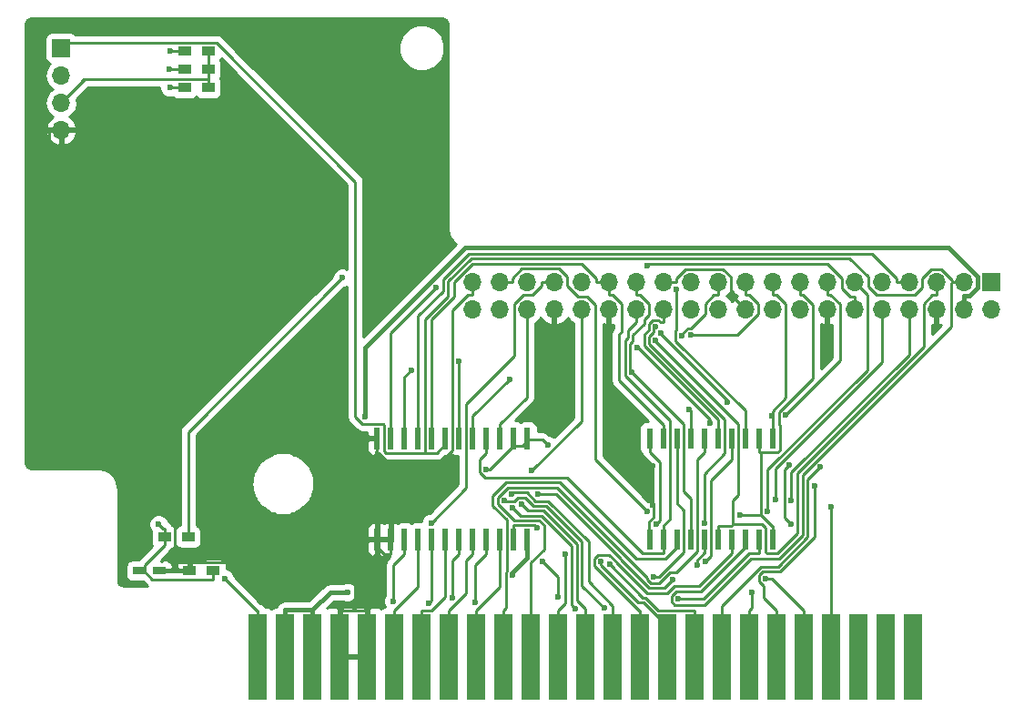
<source format=gbr>
G04 #@! TF.FileFunction,Copper,L2,Bot,Mixed*
%FSLAX46Y46*%
G04 Gerber Fmt 4.6, Leading zero omitted, Abs format (unit mm)*
G04 Created by KiCad (PCBNEW 4.0.7) date 01/15/20 01:12:04*
%MOMM*%
%LPD*%
G01*
G04 APERTURE LIST*
%ADD10C,0.100000*%
%ADD11R,1.200000X0.750000*%
%ADD12R,1.200000X0.900000*%
%ADD13R,0.600000X1.950000*%
%ADD14R,0.600000X2.000000*%
%ADD15R,1.700000X1.700000*%
%ADD16O,1.700000X1.700000*%
%ADD17R,1.800000X8.000000*%
%ADD18C,0.600000*%
%ADD19C,0.250000*%
%ADD20C,0.400000*%
%ADD21C,0.254000*%
G04 APERTURE END LIST*
D10*
D11*
X117854000Y-101790000D03*
X115954000Y-101790000D03*
D12*
X120185000Y-53403500D03*
X122385000Y-53403500D03*
X120185000Y-55118000D03*
X122385000Y-55118000D03*
X120185000Y-56832500D03*
X122385000Y-56832500D03*
X118323000Y-98615500D03*
X120523000Y-98615500D03*
X120672000Y-101790000D03*
X122872000Y-101790000D03*
D13*
X174879000Y-98871500D03*
X173609000Y-98871500D03*
X172339000Y-98871500D03*
X171069000Y-98871500D03*
X169799000Y-98871500D03*
X168529000Y-98871500D03*
X167259000Y-98871500D03*
X165989000Y-98871500D03*
X164719000Y-98871500D03*
X163449000Y-98871500D03*
X163449000Y-89471500D03*
X164719000Y-89471500D03*
X165989000Y-89471500D03*
X167259000Y-89471500D03*
X168529000Y-89471500D03*
X169799000Y-89471500D03*
X171069000Y-89471500D03*
X172339000Y-89471500D03*
X173609000Y-89471500D03*
X174879000Y-89471500D03*
D14*
X152083000Y-98869500D03*
X150813000Y-98869500D03*
X149543000Y-98869500D03*
X148273000Y-98869500D03*
X147003000Y-98869500D03*
X145733000Y-98869500D03*
X144463000Y-98869500D03*
X143193000Y-98869500D03*
X141923000Y-98869500D03*
X140653000Y-98869500D03*
X139383000Y-98869500D03*
X138113000Y-98869500D03*
X138113000Y-89469500D03*
X139383000Y-89469500D03*
X140653000Y-89469500D03*
X141923000Y-89469500D03*
X143193000Y-89469500D03*
X144463000Y-89469500D03*
X145733000Y-89469500D03*
X147003000Y-89469500D03*
X148273000Y-89469500D03*
X149543000Y-89469500D03*
X150813000Y-89469500D03*
X152083000Y-89469500D03*
D15*
X195199000Y-74930000D03*
D16*
X195199000Y-77470000D03*
X192659000Y-74930000D03*
X192659000Y-77470000D03*
X190119000Y-74930000D03*
X190119000Y-77470000D03*
X187579000Y-74930000D03*
X187579000Y-77470000D03*
X185039000Y-74930000D03*
X185039000Y-77470000D03*
X182499000Y-74930000D03*
X182499000Y-77470000D03*
X179959000Y-74930000D03*
X179959000Y-77470000D03*
X177419000Y-74930000D03*
X177419000Y-77470000D03*
X174879000Y-74930000D03*
X174879000Y-77470000D03*
X172339000Y-74930000D03*
X172339000Y-77470000D03*
X169799000Y-74930000D03*
X169799000Y-77470000D03*
X167259000Y-74930000D03*
X167259000Y-77470000D03*
X164719000Y-74930000D03*
X164719000Y-77470000D03*
X162179000Y-74930000D03*
X162179000Y-77470000D03*
X159639000Y-74930000D03*
X159639000Y-77470000D03*
X157099000Y-74930000D03*
X157099000Y-77470000D03*
X154559000Y-74930000D03*
X154559000Y-77470000D03*
X152019000Y-74930000D03*
X152019000Y-77470000D03*
X149479000Y-74930000D03*
X149479000Y-77470000D03*
X146939000Y-74930000D03*
X146939000Y-77470000D03*
D17*
X187972840Y-109799440D03*
X185432840Y-109799440D03*
X182892840Y-109799440D03*
X180352840Y-109799440D03*
X177812840Y-109799440D03*
X175272840Y-109799440D03*
X172732840Y-109799440D03*
X170192840Y-109799440D03*
X167652840Y-109799440D03*
X165112840Y-109799440D03*
X162572840Y-109799440D03*
X160032840Y-109799440D03*
X157492840Y-109799440D03*
X154952840Y-109799440D03*
X152412840Y-109799440D03*
X149872840Y-109799440D03*
X147332840Y-109799440D03*
X144792840Y-109799440D03*
X142252840Y-109799440D03*
X139712840Y-109799440D03*
X137172840Y-109799440D03*
X134632840Y-109799440D03*
X132092840Y-109799440D03*
X129552840Y-109799440D03*
X127012840Y-109799440D03*
D15*
X108712000Y-53149500D03*
D16*
X108712000Y-55689500D03*
X108712000Y-58229500D03*
X108712000Y-60769500D03*
D18*
X163762400Y-92026300D03*
X163762400Y-95683500D03*
X135358900Y-103769000D03*
X136977800Y-87458300D03*
X150716100Y-102209500D03*
X145724600Y-82242900D03*
X164022500Y-80324200D03*
X167147800Y-86735200D03*
X165971100Y-75587800D03*
X143615900Y-75399300D03*
X141279000Y-83117500D03*
X161798400Y-83318500D03*
X150414400Y-83991900D03*
X180298800Y-95840800D03*
X178788200Y-93860400D03*
X176428100Y-91931300D03*
X176576100Y-97414200D03*
X172962400Y-103779400D03*
X179312900Y-92132900D03*
X159727800Y-101194000D03*
X165615200Y-102588200D03*
X153097900Y-94667300D03*
X158927500Y-100914300D03*
X154965100Y-104191400D03*
X153466200Y-100885600D03*
X166113800Y-104345800D03*
X150575000Y-94667300D03*
X159224900Y-105269600D03*
X149920700Y-95279100D03*
X151518000Y-95567900D03*
X156573100Y-105290400D03*
X150694200Y-95918000D03*
X155604200Y-100221500D03*
X164034200Y-97471300D03*
X163853500Y-102312100D03*
X168657200Y-100903400D03*
X167860000Y-101254100D03*
X147212800Y-104707900D03*
X145099500Y-104274300D03*
X142886600Y-104843100D03*
X139637400Y-104602100D03*
X148274300Y-92357900D03*
X153981200Y-90063300D03*
X174840400Y-87399100D03*
X175133500Y-95154300D03*
X152470200Y-92459800D03*
X143129000Y-97316800D03*
X176596800Y-95249500D03*
X174260000Y-102479500D03*
X174402700Y-96290600D03*
X163261300Y-73366300D03*
X134873800Y-74516200D03*
X176102100Y-87264700D03*
X164011000Y-79073500D03*
X168519700Y-97348400D03*
X163209700Y-96263900D03*
X123943800Y-102504600D03*
X118815800Y-56818000D03*
X118807100Y-55118000D03*
X118817300Y-53418000D03*
X152997000Y-97817900D03*
X162287800Y-81044500D03*
X169083400Y-88041900D03*
X171888600Y-96553300D03*
X117774400Y-97428600D03*
X167266200Y-79866600D03*
X166465800Y-79898700D03*
X164529200Y-79698900D03*
X170658300Y-86111300D03*
D19*
X159639000Y-77470000D02*
X159639000Y-78645300D01*
X117854000Y-101790000D02*
X118779300Y-101790000D01*
X107569000Y-60706000D02*
X107569000Y-61881300D01*
X159639000Y-87902900D02*
X163762400Y-92026300D01*
X159639000Y-78645300D02*
X159639000Y-87902900D01*
X163762400Y-92026300D02*
X163762400Y-95683500D01*
X163844100Y-95765200D02*
X163762400Y-95683500D01*
X163844100Y-96776700D02*
X163844100Y-95765200D01*
X163367000Y-97253800D02*
X163844100Y-96776700D01*
X163367000Y-98789500D02*
X163367000Y-97253800D01*
X163449000Y-98871500D02*
X163367000Y-98789500D01*
X134632800Y-109799400D02*
X134632800Y-105474100D01*
X137172800Y-109799400D02*
X137172800Y-105474100D01*
X170974400Y-76105400D02*
X172339000Y-77470000D01*
X170974400Y-74441500D02*
X170974400Y-76105400D01*
X170249700Y-73716800D02*
X170974400Y-74441500D01*
X166740200Y-73716800D02*
X170249700Y-73716800D01*
X165894300Y-74562700D02*
X166740200Y-73716800D01*
X165894300Y-74930000D02*
X165894300Y-74562700D01*
X164719000Y-74930000D02*
X165894300Y-74930000D01*
X120672000Y-101790000D02*
X120672000Y-101014700D01*
X119248400Y-73560700D02*
X119248400Y-101014700D01*
X107569000Y-61881300D02*
X119248400Y-73560700D01*
X119248400Y-101320900D02*
X118779300Y-101790000D01*
X119248400Y-101014700D02*
X119248400Y-101320900D01*
X119248400Y-101014700D02*
X120672000Y-101014700D01*
X134632800Y-105474100D02*
X136026200Y-105474100D01*
X136026200Y-105474100D02*
X137172800Y-105474100D01*
X146939000Y-74930000D02*
X146939000Y-76105300D01*
X138113000Y-89469500D02*
X138113000Y-90794800D01*
X138023200Y-100194800D02*
X138113000Y-100194800D01*
X136026200Y-102191800D02*
X138023200Y-100194800D01*
X134849100Y-101014700D02*
X136026200Y-102191800D01*
X120672000Y-101014700D02*
X134849100Y-101014700D01*
X136026200Y-102191800D02*
X136026200Y-105474100D01*
X138113000Y-98869500D02*
X138113000Y-99532100D01*
X138113000Y-99532100D02*
X138113000Y-100194800D01*
X138775700Y-100194800D02*
X139383000Y-100194800D01*
X138113000Y-99532100D02*
X138775700Y-100194800D01*
X139383000Y-98869500D02*
X139383000Y-100194800D01*
X143738300Y-91959000D02*
X139383000Y-91959000D01*
X145088300Y-90609000D02*
X143738300Y-91959000D01*
X145088300Y-77561400D02*
X145088300Y-90609000D01*
X146544400Y-76105300D02*
X145088300Y-77561400D01*
X146939000Y-76105300D02*
X146544400Y-76105300D01*
X139383000Y-91959000D02*
X139383000Y-98869500D01*
X138218800Y-90794800D02*
X138113000Y-90794800D01*
X139383000Y-91959000D02*
X138218800Y-90794800D01*
D20*
X129552800Y-105399100D02*
X132092800Y-105399100D01*
X129552800Y-109799400D02*
X129552800Y-105399100D01*
X132092800Y-109799400D02*
X132092800Y-105549200D01*
X132092800Y-105549200D02*
X132092800Y-105399100D01*
X133722900Y-103769000D02*
X135358900Y-103769000D01*
X132092800Y-105399100D02*
X133722900Y-103769000D01*
X192659000Y-77470000D02*
X192659000Y-76219700D01*
X152083000Y-100585600D02*
X152083000Y-98869500D01*
X150716100Y-101952500D02*
X152083000Y-100585600D01*
X150716100Y-102209500D02*
X150716100Y-101952500D01*
X136977800Y-81047100D02*
X136977800Y-87458300D01*
X146287000Y-71737900D02*
X136977800Y-81047100D01*
X191255000Y-71737900D02*
X146287000Y-71737900D01*
X193948600Y-74431500D02*
X191255000Y-71737900D01*
X193948600Y-75448200D02*
X193948600Y-74431500D01*
X193177100Y-76219700D02*
X193948600Y-75448200D01*
X192659000Y-76219700D02*
X193177100Y-76219700D01*
D19*
X145733000Y-82251300D02*
X145733000Y-89469500D01*
X145724600Y-82242900D02*
X145733000Y-82251300D01*
X190119000Y-74930000D02*
X190119000Y-76105300D01*
X169799000Y-98871500D02*
X169799000Y-97571200D01*
X171085500Y-97571200D02*
X171220400Y-97436300D01*
X169799000Y-97571200D02*
X171085500Y-97571200D01*
X173930100Y-97436300D02*
X171220400Y-97436300D01*
X174253600Y-97759800D02*
X173930100Y-97436300D01*
X174253600Y-100036100D02*
X174253600Y-97759800D01*
X174389400Y-100171900D02*
X174253600Y-100036100D01*
X175339900Y-100171900D02*
X174389400Y-100171900D01*
X177222200Y-98289600D02*
X175339900Y-100171900D01*
X177222200Y-92658600D02*
X177222200Y-98289600D01*
X188943700Y-80937100D02*
X177222200Y-92658600D01*
X188943700Y-76913200D02*
X188943700Y-80937100D01*
X189751600Y-76105300D02*
X188943700Y-76913200D01*
X190119000Y-76105300D02*
X189751600Y-76105300D01*
X164022500Y-80418400D02*
X164022500Y-80324200D01*
X171694400Y-88090300D02*
X164022500Y-80418400D01*
X171694400Y-94770400D02*
X171694400Y-88090300D01*
X171220400Y-95244400D02*
X171694400Y-94770400D01*
X171220400Y-97436300D02*
X171220400Y-95244400D01*
X187579000Y-74930000D02*
X186403700Y-74930000D01*
X141923000Y-89469500D02*
X141923000Y-88144200D01*
X141923000Y-78068000D02*
X141923000Y-88144200D01*
X144241300Y-75749700D02*
X141923000Y-78068000D01*
X144241300Y-74675600D02*
X144241300Y-75749700D01*
X146653700Y-72263200D02*
X144241300Y-74675600D01*
X184104300Y-72263200D02*
X146653700Y-72263200D01*
X186403700Y-74562600D02*
X184104300Y-72263200D01*
X186403700Y-74930000D02*
X186403700Y-74562600D01*
X167259000Y-86846400D02*
X167147800Y-86735200D01*
X167259000Y-89471500D02*
X167259000Y-86846400D01*
X172339000Y-89471500D02*
X172339000Y-88171200D01*
X172339000Y-86889600D02*
X172339000Y-88171200D01*
X165840500Y-80391100D02*
X172339000Y-86889600D01*
X165840500Y-79491400D02*
X165840500Y-80391100D01*
X165971100Y-79360800D02*
X165840500Y-79491400D01*
X165971100Y-75587800D02*
X165971100Y-79360800D01*
X139383000Y-79632200D02*
X143615900Y-75399300D01*
X139383000Y-89469500D02*
X139383000Y-79632200D01*
X169799000Y-89471500D02*
X169799000Y-88171200D01*
X164719000Y-77730600D02*
X164719000Y-78645300D01*
X164719000Y-77730600D02*
X164719000Y-77470000D01*
X164467200Y-78645300D02*
X164719000Y-78645300D01*
X164270100Y-78448200D02*
X164467200Y-78645300D01*
X163712700Y-78448200D02*
X164270100Y-78448200D01*
X163385700Y-78775200D02*
X163712700Y-78448200D01*
X163385700Y-79360400D02*
X163385700Y-78775200D01*
X162946800Y-79799300D02*
X163385700Y-79360400D01*
X162946800Y-80852700D02*
X162946800Y-79799300D01*
X169799000Y-87704900D02*
X162946800Y-80852700D01*
X169799000Y-88171200D02*
X169799000Y-87704900D01*
X140653000Y-83743500D02*
X141279000Y-83117500D01*
X140653000Y-89469500D02*
X140653000Y-83743500D01*
X162179000Y-74930000D02*
X162179000Y-76105300D01*
X167259000Y-98871500D02*
X167259000Y-97571200D01*
X147003000Y-89469500D02*
X147003000Y-88144200D01*
X147003000Y-87403300D02*
X150414400Y-83991900D01*
X147003000Y-88144200D02*
X147003000Y-87403300D01*
X166625800Y-88145900D02*
X161798400Y-83318500D01*
X166625800Y-94430500D02*
X166625800Y-88145900D01*
X167259000Y-95063700D02*
X166625800Y-94430500D01*
X167259000Y-97571200D02*
X167259000Y-95063700D01*
X162514800Y-76105300D02*
X162179000Y-76105300D01*
X163366300Y-76956800D02*
X162514800Y-76105300D01*
X163366300Y-77971900D02*
X163366300Y-76956800D01*
X162935300Y-78402900D02*
X163366300Y-77971900D01*
X162935300Y-78800700D02*
X162935300Y-78402900D01*
X161900900Y-79835100D02*
X162935300Y-78800700D01*
X161900900Y-80385500D02*
X161900900Y-79835100D01*
X161644500Y-80641900D02*
X161900900Y-80385500D01*
X161644500Y-83164600D02*
X161644500Y-80641900D01*
X161798400Y-83318500D02*
X161644500Y-83164600D01*
X147647700Y-91420100D02*
X148273000Y-90794800D01*
X147647700Y-92629900D02*
X147647700Y-91420100D01*
X148116400Y-93098600D02*
X147647700Y-92629900D01*
X155750300Y-93098600D02*
X148116400Y-93098600D01*
X162823500Y-100171800D02*
X155750300Y-93098600D01*
X164719000Y-100171800D02*
X162823500Y-100171800D01*
X164719000Y-98871500D02*
X164719000Y-100171800D01*
X148273000Y-89469500D02*
X148273000Y-90794800D01*
X165344300Y-96945900D02*
X164719000Y-97571200D01*
X165344300Y-87779100D02*
X165344300Y-96945900D01*
X161162800Y-83597600D02*
X165344300Y-87779100D01*
X161162800Y-80364500D02*
X161162800Y-83597600D01*
X161449900Y-80077400D02*
X161162800Y-80364500D01*
X161449900Y-79374400D02*
X161449900Y-80077400D01*
X162179000Y-78645300D02*
X161449900Y-79374400D01*
X162179000Y-77470000D02*
X162179000Y-78645300D01*
X164719000Y-98871500D02*
X164719000Y-97571200D01*
X109982000Y-52628100D02*
X109233400Y-52628100D01*
X109233400Y-52628100D02*
X108712000Y-53149500D01*
X192659000Y-74930000D02*
X192184000Y-74930000D01*
X192184000Y-74930000D02*
X191596300Y-74930000D01*
X191468900Y-75057400D02*
X191596300Y-74930000D01*
X191468900Y-79048800D02*
X191468900Y-75057400D01*
X177672500Y-92845200D02*
X191468900Y-79048800D01*
X177672500Y-98476200D02*
X177672500Y-92845200D01*
X175526400Y-100622300D02*
X177672500Y-98476200D01*
X172871500Y-100622300D02*
X175526400Y-100622300D01*
X168522700Y-104971100D02*
X172871500Y-100622300D01*
X165786000Y-104971100D02*
X168522700Y-104971100D01*
X165477600Y-104662700D02*
X165786000Y-104971100D01*
X165477600Y-104097500D02*
X165477600Y-104662700D01*
X165911300Y-103663800D02*
X165477600Y-104097500D01*
X168217500Y-103663800D02*
X165911300Y-103663800D01*
X172339000Y-99542300D02*
X168217500Y-103663800D01*
X172339000Y-98871500D02*
X172339000Y-99542300D01*
X142567600Y-78397800D02*
X142567600Y-90794900D01*
X144691600Y-76273800D02*
X142567600Y-78397800D01*
X144691600Y-74862200D02*
X144691600Y-76273800D01*
X146840300Y-72713500D02*
X144691600Y-74862200D01*
X182056200Y-72713500D02*
X146840300Y-72713500D01*
X183769000Y-74426300D02*
X182056200Y-72713500D01*
X183769000Y-75326400D02*
X183769000Y-74426300D01*
X184587900Y-76145300D02*
X183769000Y-75326400D01*
X188103600Y-76145300D02*
X184587900Y-76145300D01*
X188815600Y-75433300D02*
X188103600Y-76145300D01*
X188815600Y-74569200D02*
X188815600Y-75433300D01*
X189630200Y-73754600D02*
X188815600Y-74569200D01*
X190606000Y-73754600D02*
X189630200Y-73754600D01*
X191596300Y-74744900D02*
X190606000Y-73754600D01*
X191596300Y-74930000D02*
X191596300Y-74744900D01*
X138898600Y-90794900D02*
X142567600Y-90794900D01*
X138738400Y-90634700D02*
X138898600Y-90794900D01*
X138738400Y-88231000D02*
X138738400Y-90634700D01*
X138642300Y-88134900D02*
X138738400Y-88231000D01*
X136752600Y-88134900D02*
X138642300Y-88134900D01*
X136084600Y-87466900D02*
X136752600Y-88134900D01*
X136084600Y-65572700D02*
X136084600Y-87466900D01*
X123140000Y-52628100D02*
X136084600Y-65572700D01*
X109202200Y-52628100D02*
X109982000Y-52628100D01*
X109982000Y-52628100D02*
X123140000Y-52628100D01*
X108744300Y-53086000D02*
X109202200Y-52628100D01*
X144463000Y-89980100D02*
X144463000Y-89469500D01*
X143648200Y-90794900D02*
X144463000Y-89980100D01*
X142567600Y-90794900D02*
X143648200Y-90794900D01*
X143193000Y-89469500D02*
X143193000Y-88144200D01*
X159051400Y-74930000D02*
X158463700Y-74930000D01*
X159051400Y-74930000D02*
X159639000Y-74930000D01*
X159639000Y-74930000D02*
X159639000Y-76105300D01*
X164719000Y-89471500D02*
X164719000Y-88171200D01*
X160633900Y-84086100D02*
X164719000Y-88171200D01*
X160633900Y-79717400D02*
X160633900Y-84086100D01*
X160814300Y-79537000D02*
X160633900Y-79717400D01*
X160814300Y-76913200D02*
X160814300Y-79537000D01*
X160006400Y-76105300D02*
X160814300Y-76913200D01*
X159639000Y-76105300D02*
X160006400Y-76105300D01*
X143193000Y-78425300D02*
X143193000Y-88144200D01*
X145313300Y-76305000D02*
X143193000Y-78425300D01*
X145313300Y-74877400D02*
X145313300Y-76305000D01*
X146971800Y-73218900D02*
X145313300Y-74877400D01*
X157119900Y-73218900D02*
X146971800Y-73218900D01*
X158463700Y-74562700D02*
X157119900Y-73218900D01*
X158463700Y-74930000D02*
X158463700Y-74562700D01*
X180352800Y-109799400D02*
X180352800Y-105474100D01*
X180352800Y-95894800D02*
X180298800Y-95840800D01*
X180352800Y-105474100D02*
X180352800Y-95894800D01*
X175272800Y-109799400D02*
X175272800Y-105474100D01*
X174079800Y-104281100D02*
X175272800Y-105474100D01*
X174079800Y-103183500D02*
X174079800Y-104281100D01*
X174079700Y-103183500D02*
X174079800Y-103183500D01*
X173634700Y-102738500D02*
X174079700Y-103183500D01*
X173634700Y-102220500D02*
X173634700Y-102738500D01*
X174001000Y-101854200D02*
X173634700Y-102220500D01*
X175568300Y-101854200D02*
X174001000Y-101854200D01*
X178788200Y-98634300D02*
X175568300Y-101854200D01*
X178788200Y-93860400D02*
X178788200Y-98634300D01*
X175971500Y-96809600D02*
X176576100Y-97414200D01*
X175971500Y-92387900D02*
X175971500Y-96809600D01*
X176428100Y-91931300D02*
X175971500Y-92387900D01*
X172962400Y-105244500D02*
X172962400Y-103779400D01*
X172732800Y-105474100D02*
X172962400Y-105244500D01*
X172732800Y-109799400D02*
X172732800Y-105474100D01*
X170192800Y-109799400D02*
X170192800Y-105474100D01*
X178142900Y-93302900D02*
X179312900Y-92132900D01*
X178142900Y-98642700D02*
X178142900Y-93302900D01*
X175381700Y-101403900D02*
X178142900Y-98642700D01*
X173814400Y-101403900D02*
X175381700Y-101403900D01*
X170192800Y-105025500D02*
X173814400Y-101403900D01*
X170192800Y-105474100D02*
X170192800Y-105025500D01*
X167652800Y-109799400D02*
X167652800Y-105474100D01*
X162822100Y-104288300D02*
X159727800Y-101194000D01*
X163073000Y-104288300D02*
X162822100Y-104288300D01*
X164258800Y-105474100D02*
X163073000Y-104288300D01*
X167652800Y-105474100D02*
X164258800Y-105474100D01*
X164815700Y-103387700D02*
X165615200Y-102588200D01*
X163407900Y-103387700D02*
X164815700Y-103387700D01*
X160803400Y-100783200D02*
X163407900Y-103387700D01*
X160803400Y-100676400D02*
X160803400Y-100783200D01*
X154794300Y-94667300D02*
X160803400Y-100676400D01*
X153097900Y-94667300D02*
X154794300Y-94667300D01*
X158927500Y-101278900D02*
X158927500Y-100914300D01*
X162387200Y-104738600D02*
X158927500Y-101278900D01*
X162886400Y-104738600D02*
X162387200Y-104738600D01*
X165061800Y-106914000D02*
X162886400Y-104738600D01*
X165113000Y-106914000D02*
X165061800Y-106914000D01*
X165113000Y-106914000D02*
X165113000Y-107635000D01*
X165113000Y-107635000D02*
X165113000Y-108356000D01*
X165112800Y-107635200D02*
X165112800Y-109799400D01*
X165113000Y-107635000D02*
X165112800Y-107635200D01*
X154965100Y-102384500D02*
X153466200Y-100885600D01*
X154965100Y-104191400D02*
X154965100Y-102384500D01*
X162572800Y-109799400D02*
X162572800Y-105474100D01*
X171069000Y-98871500D02*
X171069000Y-100171800D01*
X162477100Y-105474100D02*
X162572800Y-105474100D01*
X158302100Y-101299100D02*
X162477100Y-105474100D01*
X158302100Y-100634400D02*
X158302100Y-101299100D01*
X158656300Y-100280200D02*
X158302100Y-100634400D01*
X159701800Y-100280200D02*
X158656300Y-100280200D01*
X160353100Y-100931500D02*
X159701800Y-100280200D01*
X160353100Y-100969800D02*
X160353100Y-100931500D01*
X163221300Y-103838000D02*
X160353100Y-100969800D01*
X165100200Y-103838000D02*
X163221300Y-103838000D01*
X165724700Y-103213500D02*
X165100200Y-103838000D01*
X168027300Y-103213500D02*
X165724700Y-103213500D01*
X171069000Y-100171800D02*
X168027300Y-103213500D01*
X173609000Y-98871500D02*
X173609000Y-100171800D01*
X166113800Y-104345700D02*
X166113800Y-104345800D01*
X168511200Y-104345700D02*
X166113800Y-104345700D01*
X172685100Y-100171800D02*
X168511200Y-104345700D01*
X173609000Y-100171800D02*
X172685100Y-100171800D01*
X160032800Y-109799400D02*
X160032800Y-105474100D01*
X160032800Y-105054700D02*
X160032800Y-105474100D01*
X157777500Y-102799400D02*
X160032800Y-105054700D01*
X157777500Y-99060900D02*
X157777500Y-102799400D01*
X154009200Y-95292600D02*
X157777500Y-99060900D01*
X152825500Y-95292600D02*
X154009200Y-95292600D01*
X152025100Y-94492200D02*
X152825500Y-95292600D01*
X150750100Y-94492200D02*
X152025100Y-94492200D01*
X150575000Y-94667300D02*
X150750100Y-94492200D01*
X157130200Y-103174900D02*
X159224900Y-105269600D01*
X157130200Y-99050500D02*
X157130200Y-103174900D01*
X153822600Y-95742900D02*
X157130200Y-99050500D01*
X152638900Y-95742900D02*
X153822600Y-95742900D01*
X151838600Y-94942600D02*
X152638900Y-95742900D01*
X151184100Y-94942600D02*
X151838600Y-94942600D01*
X150834100Y-95292600D02*
X151184100Y-94942600D01*
X149934200Y-95292600D02*
X150834100Y-95292600D01*
X149920700Y-95279100D02*
X149934200Y-95292600D01*
X157492800Y-109799400D02*
X157492800Y-105474100D01*
X157492800Y-105325500D02*
X157492800Y-105474100D01*
X156679900Y-104512600D02*
X157492800Y-105325500D01*
X156679900Y-99267800D02*
X156679900Y-104512600D01*
X153605300Y-96193200D02*
X156679900Y-99267800D01*
X152143300Y-96193200D02*
X153605300Y-96193200D01*
X151518000Y-95567900D02*
X152143300Y-96193200D01*
X156229600Y-104946900D02*
X156573100Y-105290400D01*
X156229600Y-99454400D02*
X156229600Y-104946900D01*
X153418700Y-96643500D02*
X156229600Y-99454400D01*
X151419700Y-96643500D02*
X153418700Y-96643500D01*
X150694200Y-95918000D02*
X151419700Y-96643500D01*
X163449000Y-89471500D02*
X163449000Y-90771800D01*
X154952800Y-109799400D02*
X154952800Y-105474100D01*
X164387900Y-97117600D02*
X164034200Y-97471300D01*
X164387900Y-91710700D02*
X164387900Y-97117600D01*
X163449000Y-90771800D02*
X164387900Y-91710700D01*
X155604200Y-104822700D02*
X155604200Y-100221500D01*
X154952800Y-105474100D02*
X155604200Y-104822700D01*
X164328600Y-102312100D02*
X163853500Y-102312100D01*
X166614400Y-100026300D02*
X164328600Y-102312100D01*
X166614400Y-96154200D02*
X166614400Y-100026300D01*
X165989000Y-95528800D02*
X166614400Y-96154200D01*
X165989000Y-89471500D02*
X165989000Y-95528800D01*
X152412800Y-109799400D02*
X152412800Y-105474100D01*
X168529000Y-89471500D02*
X168529000Y-90771800D01*
X167884400Y-91416400D02*
X168529000Y-90771800D01*
X167884400Y-100010400D02*
X167884400Y-91416400D01*
X165931900Y-101962900D02*
X167884400Y-100010400D01*
X165330400Y-101962900D02*
X165931900Y-101962900D01*
X164355900Y-102937400D02*
X165330400Y-101962900D01*
X163594500Y-102937400D02*
X164355900Y-102937400D01*
X163228200Y-102571100D02*
X163594500Y-102937400D01*
X163228200Y-102464200D02*
X163228200Y-102571100D01*
X154805900Y-94041900D02*
X163228200Y-102464200D01*
X150259300Y-94041900D02*
X154805900Y-94041900D01*
X149295400Y-95005800D02*
X150259300Y-94041900D01*
X149295400Y-95538100D02*
X149295400Y-95005800D01*
X150851100Y-97093800D02*
X149295400Y-95538100D01*
X153160400Y-97093800D02*
X150851100Y-97093800D01*
X153627300Y-97560700D02*
X153160400Y-97093800D01*
X153627300Y-99784300D02*
X153627300Y-97560700D01*
X152412800Y-100998800D02*
X153627300Y-99784300D01*
X152412800Y-105474100D02*
X152412800Y-100998800D01*
X169154400Y-100406200D02*
X168657200Y-100903400D01*
X169154400Y-93381000D02*
X169154400Y-100406200D01*
X171069000Y-91466400D02*
X169154400Y-93381000D01*
X171069000Y-89471500D02*
X171069000Y-91466400D01*
X149872800Y-109799400D02*
X149872800Y-105474100D01*
X150090800Y-105256100D02*
X149872800Y-105474100D01*
X150090800Y-101950500D02*
X150090800Y-105256100D01*
X150168400Y-101872900D02*
X150090800Y-101950500D01*
X150168400Y-97048000D02*
X150168400Y-101872900D01*
X148845100Y-95724700D02*
X150168400Y-97048000D01*
X148845100Y-94792500D02*
X148845100Y-95724700D01*
X150084500Y-93553100D02*
X148845100Y-94792500D01*
X155126400Y-93553100D02*
X150084500Y-93553100D01*
X162197300Y-100624000D02*
X155126400Y-93553100D01*
X164913500Y-100624000D02*
X162197300Y-100624000D01*
X165989000Y-99548500D02*
X164913500Y-100624000D01*
X165989000Y-98871500D02*
X165989000Y-99548500D01*
X168529000Y-98871500D02*
X168529000Y-100171800D01*
X167860000Y-100816300D02*
X167860000Y-101254100D01*
X168504500Y-100171800D02*
X167860000Y-100816300D01*
X168529000Y-100171800D02*
X168504500Y-100171800D01*
X147332800Y-109799400D02*
X147332800Y-105474100D01*
X149543000Y-98869500D02*
X149543000Y-100194800D01*
X149543000Y-103263900D02*
X147332800Y-105474100D01*
X149543000Y-100194800D02*
X149543000Y-103263900D01*
X148273000Y-98869500D02*
X148273000Y-100194800D01*
X147212800Y-101255000D02*
X147212800Y-104707900D01*
X148273000Y-100194800D02*
X147212800Y-101255000D01*
X146377700Y-100820100D02*
X147003000Y-100194800D01*
X146377700Y-103889200D02*
X146377700Y-100820100D01*
X144792800Y-105474100D02*
X146377700Y-103889200D01*
X144792800Y-109799400D02*
X144792800Y-105474100D01*
X147003000Y-98869500D02*
X147003000Y-100194800D01*
X145733000Y-98869500D02*
X145733000Y-100194800D01*
X145099500Y-100828300D02*
X145099500Y-104274300D01*
X145733000Y-100194800D02*
X145099500Y-100828300D01*
X144463000Y-104182900D02*
X144463000Y-98869500D01*
X143171800Y-105474100D02*
X144463000Y-104182900D01*
X142252800Y-105474100D02*
X143171800Y-105474100D01*
X142252800Y-109799400D02*
X142252800Y-105474100D01*
X143193000Y-104536700D02*
X142886600Y-104843100D01*
X143193000Y-98869500D02*
X143193000Y-104536700D01*
X141923000Y-103263900D02*
X141923000Y-98869500D01*
X139712800Y-105474100D02*
X141923000Y-103263900D01*
X139712800Y-109799400D02*
X139712800Y-105474100D01*
X140653000Y-98869500D02*
X140653000Y-100194800D01*
X139637400Y-101210400D02*
X139637400Y-104602100D01*
X140653000Y-100194800D02*
X139637400Y-101210400D01*
X110871000Y-56057200D02*
X110871000Y-56070500D01*
X110871000Y-56070500D02*
X108712000Y-58229500D01*
X150813000Y-89469500D02*
X150813000Y-90132100D01*
X122385000Y-55118000D02*
X122385000Y-53403500D01*
X151587900Y-90132100D02*
X150813000Y-90132100D01*
X152083000Y-89637000D02*
X151587900Y-90132100D01*
X122385000Y-56832500D02*
X122385000Y-56444800D01*
X122385000Y-56444800D02*
X122385000Y-56057200D01*
X122385000Y-56057200D02*
X122385000Y-55118000D01*
X110853100Y-56057200D02*
X110871000Y-56057200D01*
X110871000Y-56057200D02*
X122385000Y-56057200D01*
X108744300Y-58166000D02*
X110853100Y-56057200D01*
X148587200Y-92357900D02*
X150813000Y-90132100D01*
X148274300Y-92357900D02*
X148587200Y-92357900D01*
X152083000Y-89469500D02*
X152083000Y-89553200D01*
X152083000Y-89553200D02*
X152083000Y-89637000D01*
X153471100Y-89553200D02*
X153981200Y-90063300D01*
X152083000Y-89553200D02*
X153471100Y-89553200D01*
X174879000Y-74930000D02*
X174879000Y-76105300D01*
X174879000Y-86921100D02*
X174879000Y-87399100D01*
X176092900Y-85707200D02*
X174879000Y-86921100D01*
X176092900Y-76951900D02*
X176092900Y-85707200D01*
X175246300Y-76105300D02*
X176092900Y-76951900D01*
X174879000Y-76105300D02*
X175246300Y-76105300D01*
X174879000Y-87399100D02*
X174879000Y-89471500D01*
X174879000Y-87399100D02*
X174840400Y-87399100D01*
X175133500Y-92294100D02*
X175133500Y-95154300D01*
X185039000Y-82388600D02*
X175133500Y-92294100D01*
X185039000Y-77470000D02*
X185039000Y-82388600D01*
X157099000Y-87831000D02*
X152470200Y-92459800D01*
X157099000Y-77470000D02*
X157099000Y-87831000D01*
X146377600Y-94068200D02*
X143129000Y-97316800D01*
X146377600Y-86244400D02*
X146377600Y-94068200D01*
X150843600Y-81778400D02*
X146377600Y-86244400D01*
X150843600Y-76980600D02*
X150843600Y-81778400D01*
X151718900Y-76105300D02*
X150843600Y-76980600D01*
X152575800Y-76105300D02*
X151718900Y-76105300D01*
X153383700Y-75297400D02*
X152575800Y-76105300D01*
X153383700Y-74930000D02*
X153383700Y-75297400D01*
X154559000Y-74930000D02*
X153383700Y-74930000D01*
X176596800Y-92647100D02*
X176596800Y-95249500D01*
X187579000Y-81664900D02*
X176596800Y-92647100D01*
X187579000Y-77470000D02*
X187579000Y-81664900D01*
X177812800Y-109799400D02*
X177812800Y-105474100D01*
X174818200Y-102479500D02*
X174260000Y-102479500D01*
X177812800Y-105474100D02*
X174818200Y-102479500D01*
X174402700Y-92388000D02*
X174402700Y-96290600D01*
X183689600Y-83101100D02*
X174402700Y-92388000D01*
X183689600Y-76120600D02*
X183689600Y-83101100D01*
X182499000Y-74930000D02*
X183689600Y-76120600D01*
X163361200Y-73266400D02*
X163261300Y-73366300D01*
X179976700Y-73266400D02*
X163361200Y-73266400D01*
X181323700Y-74613400D02*
X179976700Y-73266400D01*
X181323700Y-75486800D02*
X181323700Y-74613400D01*
X182131600Y-76294700D02*
X181323700Y-75486800D01*
X182499000Y-76294700D02*
X182131600Y-76294700D01*
X120523000Y-88867000D02*
X120523000Y-98615500D01*
X134873800Y-74516200D02*
X120523000Y-88867000D01*
X182499000Y-77470000D02*
X182499000Y-76294700D01*
X179959000Y-74930000D02*
X179959000Y-76105300D01*
X181147600Y-82219200D02*
X176102100Y-87264700D01*
X181147600Y-76991000D02*
X181147600Y-82219200D01*
X180261900Y-76105300D02*
X181147600Y-76991000D01*
X179959000Y-76105300D02*
X180261900Y-76105300D01*
X163836000Y-79248500D02*
X164011000Y-79073500D01*
X163836000Y-79547000D02*
X163836000Y-79248500D01*
X163397100Y-79985900D02*
X163836000Y-79547000D01*
X163397100Y-80648800D02*
X163397100Y-79985900D01*
X170443500Y-87695200D02*
X163397100Y-80648800D01*
X170443500Y-90839500D02*
X170443500Y-87695200D01*
X168519700Y-92763300D02*
X170443500Y-90839500D01*
X168519700Y-97348400D02*
X168519700Y-92763300D01*
X149479000Y-74930000D02*
X150654300Y-74930000D01*
X158369000Y-91423200D02*
X163209700Y-96263900D01*
X158369000Y-77039000D02*
X158369000Y-91423200D01*
X157624600Y-76294600D02*
X158369000Y-77039000D01*
X156799400Y-76294600D02*
X157624600Y-76294600D01*
X155740400Y-75235600D02*
X156799400Y-76294600D01*
X155740400Y-74386700D02*
X155740400Y-75235600D01*
X155023000Y-73669300D02*
X155740400Y-74386700D01*
X151547700Y-73669300D02*
X155023000Y-73669300D01*
X150654300Y-74562700D02*
X151547700Y-73669300D01*
X150654300Y-74930000D02*
X150654300Y-74562700D01*
X127012800Y-109799400D02*
X127012800Y-105474100D01*
X126913300Y-105474100D02*
X123943800Y-102504600D01*
X127012800Y-105474100D02*
X126913300Y-105474100D01*
X118830300Y-56832500D02*
X118815800Y-56818000D01*
X120185000Y-56832500D02*
X118830300Y-56832500D01*
X120185000Y-55118000D02*
X118807100Y-55118000D01*
X118831800Y-53403500D02*
X118817300Y-53418000D01*
X120185000Y-53403500D02*
X118831800Y-53403500D01*
X152019000Y-77470000D02*
X152019000Y-78645300D01*
X149543000Y-89469500D02*
X149543000Y-88144200D01*
X152019000Y-85668200D02*
X152019000Y-78645300D01*
X149543000Y-88144200D02*
X152019000Y-85668200D01*
X152723300Y-97544200D02*
X150813000Y-97544200D01*
X152997000Y-97817900D02*
X152723300Y-97544200D01*
X150813000Y-98869500D02*
X150813000Y-97544200D01*
X169083400Y-87733200D02*
X169083400Y-88041900D01*
X162394700Y-81044500D02*
X169083400Y-87733200D01*
X162287800Y-81044500D02*
X162394700Y-81044500D01*
X177419000Y-74930000D02*
X177419000Y-76105300D01*
X173609000Y-89471500D02*
X173609000Y-90771800D01*
X174879000Y-98871500D02*
X174879000Y-97571200D01*
X175325400Y-90771800D02*
X173777300Y-90771800D01*
X175550800Y-90546400D02*
X175325400Y-90771800D01*
X175550800Y-88245200D02*
X175550800Y-90546400D01*
X175476700Y-88171100D02*
X175550800Y-88245200D01*
X175476700Y-86991700D02*
X175476700Y-88171100D01*
X178609600Y-83858800D02*
X175476700Y-86991700D01*
X178609600Y-76993000D02*
X178609600Y-83858800D01*
X177721900Y-76105300D02*
X178609600Y-76993000D01*
X177419000Y-76105300D02*
X177721900Y-76105300D01*
X173777300Y-90771800D02*
X173609000Y-90771800D01*
X173777300Y-90771800D02*
X173777300Y-96553300D01*
X174795200Y-97571200D02*
X173777300Y-96553300D01*
X174879000Y-97571200D02*
X174795200Y-97571200D01*
X173777300Y-96553300D02*
X171888600Y-96553300D01*
X115954000Y-101790000D02*
X115954000Y-101472300D01*
X122872000Y-101790000D02*
X122872000Y-102565300D01*
X118186000Y-97840200D02*
X117774400Y-97428600D01*
X118323000Y-97840200D02*
X118186000Y-97840200D01*
X118323000Y-98615500D02*
X118323000Y-97840200D01*
X118323000Y-98615500D02*
X118323000Y-99390800D01*
X115954000Y-101472300D02*
X116500500Y-101472300D01*
X116500500Y-101882200D02*
X116500500Y-101472300D01*
X117183600Y-102565300D02*
X116500500Y-101882200D01*
X122872000Y-102565300D02*
X117183600Y-102565300D01*
X116500500Y-101213300D02*
X118323000Y-99390800D01*
X116500500Y-101472300D02*
X116500500Y-101213300D01*
X172339000Y-74930000D02*
X172339000Y-76105300D01*
X171606800Y-79866600D02*
X167266200Y-79866600D01*
X173554300Y-77919100D02*
X171606800Y-79866600D01*
X173554300Y-76953300D02*
X173554300Y-77919100D01*
X172706300Y-76105300D02*
X173554300Y-76953300D01*
X172339000Y-76105300D02*
X172706300Y-76105300D01*
X169799000Y-74930000D02*
X169799000Y-76105300D01*
X166465800Y-79782700D02*
X166465800Y-79898700D01*
X167007200Y-79241300D02*
X166465800Y-79782700D01*
X167254700Y-79241300D02*
X167007200Y-79241300D01*
X168623700Y-77872300D02*
X167254700Y-79241300D01*
X168623700Y-76913200D02*
X168623700Y-77872300D01*
X169431600Y-76105300D02*
X168623700Y-76913200D01*
X169799000Y-76105300D02*
X169431600Y-76105300D01*
X164529200Y-79778500D02*
X164529200Y-79698900D01*
X170658300Y-85907600D02*
X164529200Y-79778500D01*
X170658300Y-86111300D02*
X170658300Y-85907600D01*
D21*
G36*
X135324600Y-87466900D02*
X135382452Y-87757739D01*
X135547199Y-88004301D01*
X136215199Y-88672301D01*
X136461761Y-88837048D01*
X136752600Y-88894900D01*
X137178000Y-88894900D01*
X137178000Y-89183750D01*
X137336750Y-89342500D01*
X137978400Y-89342500D01*
X137978400Y-89596500D01*
X137336750Y-89596500D01*
X137178000Y-89755250D01*
X137178000Y-90595809D01*
X137274673Y-90829198D01*
X137453301Y-91007827D01*
X137686690Y-91104500D01*
X137827250Y-91104500D01*
X137986000Y-90945750D01*
X137986000Y-90672907D01*
X138036252Y-90925539D01*
X138200999Y-91172101D01*
X138361199Y-91332301D01*
X138607761Y-91497048D01*
X138898600Y-91554900D01*
X143648200Y-91554900D01*
X143939039Y-91497048D01*
X144185601Y-91332301D01*
X144400962Y-91116940D01*
X144763000Y-91116940D01*
X144998317Y-91072662D01*
X145097528Y-91008822D01*
X145181110Y-91065931D01*
X145433000Y-91116940D01*
X145617600Y-91116940D01*
X145617600Y-93753398D01*
X142989320Y-96381678D01*
X142943833Y-96381638D01*
X142600057Y-96523683D01*
X142336808Y-96786473D01*
X142194162Y-97130001D01*
X142194082Y-97222060D01*
X141623000Y-97222060D01*
X141387683Y-97266338D01*
X141288472Y-97330178D01*
X141204890Y-97273069D01*
X140953000Y-97222060D01*
X140353000Y-97222060D01*
X140117683Y-97266338D01*
X140027020Y-97324678D01*
X139809310Y-97234500D01*
X139668750Y-97234500D01*
X139510000Y-97393250D01*
X139510000Y-98742500D01*
X139530000Y-98742500D01*
X139530000Y-98996500D01*
X139510000Y-98996500D01*
X139510000Y-99016500D01*
X139256000Y-99016500D01*
X139256000Y-98996500D01*
X138240000Y-98996500D01*
X138240000Y-100345750D01*
X138398750Y-100504500D01*
X138539310Y-100504500D01*
X138748000Y-100418058D01*
X138956690Y-100504500D01*
X139097250Y-100504500D01*
X139255998Y-100345752D01*
X139255998Y-100504500D01*
X139268498Y-100504500D01*
X139099999Y-100672999D01*
X138935252Y-100919561D01*
X138877400Y-101210400D01*
X138877400Y-104039637D01*
X138845208Y-104071773D01*
X138702562Y-104415301D01*
X138702238Y-104787267D01*
X138844283Y-105131043D01*
X138865203Y-105152000D01*
X138812840Y-105152000D01*
X138577523Y-105196278D01*
X138449855Y-105278430D01*
X138432538Y-105261113D01*
X138199149Y-105164440D01*
X137458590Y-105164440D01*
X137299840Y-105323190D01*
X137299840Y-109672440D01*
X137319840Y-109672440D01*
X137319840Y-109926440D01*
X137299840Y-109926440D01*
X137299840Y-109946440D01*
X137045840Y-109946440D01*
X137045840Y-109926440D01*
X134759840Y-109926440D01*
X134759840Y-109946440D01*
X134505840Y-109946440D01*
X134505840Y-109926440D01*
X134485840Y-109926440D01*
X134485840Y-109672440D01*
X134505840Y-109672440D01*
X134505840Y-105323190D01*
X134759840Y-105323190D01*
X134759840Y-109672440D01*
X137045840Y-109672440D01*
X137045840Y-105323190D01*
X136887090Y-105164440D01*
X136146531Y-105164440D01*
X135913142Y-105261113D01*
X135902840Y-105271415D01*
X135892538Y-105261113D01*
X135659149Y-105164440D01*
X134918590Y-105164440D01*
X134759840Y-105323190D01*
X134505840Y-105323190D01*
X134347090Y-105164440D01*
X133606531Y-105164440D01*
X133438888Y-105233880D01*
X134068768Y-104604000D01*
X134931666Y-104604000D01*
X135172101Y-104703838D01*
X135544067Y-104704162D01*
X135887843Y-104562117D01*
X136151092Y-104299327D01*
X136293738Y-103955799D01*
X136294062Y-103583833D01*
X136152017Y-103240057D01*
X135889227Y-102976808D01*
X135545699Y-102834162D01*
X135173733Y-102833838D01*
X134931322Y-102934000D01*
X133722900Y-102934000D01*
X133403360Y-102997560D01*
X133132466Y-103178566D01*
X131746932Y-104564100D01*
X129552800Y-104564100D01*
X129233259Y-104627661D01*
X128962366Y-104808666D01*
X128781361Y-105079559D01*
X128766952Y-105152000D01*
X128652840Y-105152000D01*
X128417523Y-105196278D01*
X128282263Y-105283316D01*
X128164730Y-105203009D01*
X127912840Y-105152000D01*
X127694060Y-105152000D01*
X127550201Y-104936699D01*
X127303639Y-104771952D01*
X127281563Y-104767561D01*
X124878922Y-102364920D01*
X124878962Y-102319433D01*
X124736917Y-101975657D01*
X124474127Y-101712408D01*
X124130599Y-101569762D01*
X124119440Y-101569752D01*
X124119440Y-101340000D01*
X124075162Y-101104683D01*
X123936090Y-100888559D01*
X123723890Y-100743569D01*
X123472000Y-100692560D01*
X122272000Y-100692560D01*
X122036683Y-100736838D01*
X121820559Y-100875910D01*
X121774031Y-100944006D01*
X121631698Y-100801673D01*
X121398309Y-100705000D01*
X120957750Y-100705000D01*
X120799000Y-100863750D01*
X120799000Y-101663000D01*
X120819000Y-101663000D01*
X120819000Y-101805300D01*
X117707000Y-101805300D01*
X117707000Y-101663000D01*
X117727000Y-101663000D01*
X117727000Y-101643000D01*
X117981000Y-101643000D01*
X117981000Y-101663000D01*
X118930250Y-101663000D01*
X119089000Y-101504250D01*
X119089000Y-101288690D01*
X119057934Y-101213690D01*
X119437000Y-101213690D01*
X119437000Y-101504250D01*
X119595750Y-101663000D01*
X120545000Y-101663000D01*
X120545000Y-100863750D01*
X120386250Y-100705000D01*
X119945691Y-100705000D01*
X119712302Y-100801673D01*
X119533673Y-100980301D01*
X119437000Y-101213690D01*
X119057934Y-101213690D01*
X118992327Y-101055301D01*
X118813698Y-100876673D01*
X118580309Y-100780000D01*
X118139750Y-100780000D01*
X117981002Y-100938748D01*
X117981002Y-100807600D01*
X118860401Y-99928201D01*
X119015916Y-99695457D01*
X119158317Y-99668662D01*
X119374441Y-99529590D01*
X119422134Y-99459789D01*
X119458910Y-99516941D01*
X119671110Y-99661931D01*
X119923000Y-99712940D01*
X121123000Y-99712940D01*
X121358317Y-99668662D01*
X121574441Y-99529590D01*
X121719431Y-99317390D01*
X121752265Y-99155250D01*
X137178000Y-99155250D01*
X137178000Y-99995809D01*
X137274673Y-100229198D01*
X137453301Y-100407827D01*
X137686690Y-100504500D01*
X137827250Y-100504500D01*
X137986000Y-100345750D01*
X137986000Y-98996500D01*
X137336750Y-98996500D01*
X137178000Y-99155250D01*
X121752265Y-99155250D01*
X121770440Y-99065500D01*
X121770440Y-98165500D01*
X121726162Y-97930183D01*
X121605836Y-97743191D01*
X137178000Y-97743191D01*
X137178000Y-98583750D01*
X137336750Y-98742500D01*
X137986000Y-98742500D01*
X137986000Y-97393250D01*
X138240000Y-97393250D01*
X138240000Y-98742500D01*
X139256000Y-98742500D01*
X139256000Y-97393250D01*
X139097250Y-97234500D01*
X138956690Y-97234500D01*
X138748000Y-97320942D01*
X138539310Y-97234500D01*
X138398750Y-97234500D01*
X138240000Y-97393250D01*
X137986000Y-97393250D01*
X137827250Y-97234500D01*
X137686690Y-97234500D01*
X137453301Y-97331173D01*
X137274673Y-97509802D01*
X137178000Y-97743191D01*
X121605836Y-97743191D01*
X121587090Y-97714059D01*
X121374890Y-97569069D01*
X121283000Y-97550461D01*
X121283000Y-93687900D01*
X126414082Y-93687900D01*
X126471988Y-93979011D01*
X126471761Y-94238864D01*
X126571868Y-94481141D01*
X126636561Y-94806376D01*
X126819182Y-95079687D01*
X126910050Y-95299606D01*
X127079642Y-95469494D01*
X127270126Y-95754574D01*
X127552716Y-95943395D01*
X127720905Y-96111877D01*
X127942706Y-96203977D01*
X128218324Y-96388139D01*
X128540595Y-96452243D01*
X128780880Y-96552018D01*
X129043349Y-96552247D01*
X129336800Y-96610618D01*
X129627689Y-96552757D01*
X129928604Y-96553019D01*
X130209166Y-96437093D01*
X130455276Y-96388139D01*
X130662095Y-96249947D01*
X130989346Y-96114730D01*
X131242149Y-95862368D01*
X131403474Y-95754574D01*
X131510327Y-95594658D01*
X131801617Y-95303875D01*
X131960849Y-94920402D01*
X132037039Y-94806376D01*
X132063559Y-94673049D01*
X132241758Y-94243900D01*
X132242167Y-93775130D01*
X132259518Y-93687900D01*
X132242318Y-93601432D01*
X132242759Y-93096176D01*
X132048113Y-92625095D01*
X132037039Y-92569424D01*
X132005779Y-92522641D01*
X131804470Y-92035434D01*
X131428757Y-91659065D01*
X131403474Y-91621226D01*
X131365965Y-91596163D01*
X130993615Y-91223163D01*
X130502574Y-91019265D01*
X130455276Y-90987661D01*
X130399972Y-90976660D01*
X129933640Y-90783022D01*
X129424254Y-90782578D01*
X129336800Y-90765182D01*
X129250109Y-90782426D01*
X128785916Y-90782021D01*
X128353120Y-90960848D01*
X128218324Y-90987661D01*
X128105048Y-91063349D01*
X127725174Y-91220310D01*
X127431720Y-91513252D01*
X127270126Y-91621226D01*
X127163095Y-91781409D01*
X126912903Y-92031165D01*
X126776137Y-92360534D01*
X126636561Y-92569424D01*
X126587977Y-92813672D01*
X126472762Y-93091140D01*
X126472498Y-93394225D01*
X126414082Y-93687900D01*
X121283000Y-93687900D01*
X121283000Y-89181802D01*
X135013480Y-75451322D01*
X135058967Y-75451362D01*
X135324600Y-75341605D01*
X135324600Y-87466900D01*
X135324600Y-87466900D01*
G37*
X135324600Y-87466900D02*
X135382452Y-87757739D01*
X135547199Y-88004301D01*
X136215199Y-88672301D01*
X136461761Y-88837048D01*
X136752600Y-88894900D01*
X137178000Y-88894900D01*
X137178000Y-89183750D01*
X137336750Y-89342500D01*
X137978400Y-89342500D01*
X137978400Y-89596500D01*
X137336750Y-89596500D01*
X137178000Y-89755250D01*
X137178000Y-90595809D01*
X137274673Y-90829198D01*
X137453301Y-91007827D01*
X137686690Y-91104500D01*
X137827250Y-91104500D01*
X137986000Y-90945750D01*
X137986000Y-90672907D01*
X138036252Y-90925539D01*
X138200999Y-91172101D01*
X138361199Y-91332301D01*
X138607761Y-91497048D01*
X138898600Y-91554900D01*
X143648200Y-91554900D01*
X143939039Y-91497048D01*
X144185601Y-91332301D01*
X144400962Y-91116940D01*
X144763000Y-91116940D01*
X144998317Y-91072662D01*
X145097528Y-91008822D01*
X145181110Y-91065931D01*
X145433000Y-91116940D01*
X145617600Y-91116940D01*
X145617600Y-93753398D01*
X142989320Y-96381678D01*
X142943833Y-96381638D01*
X142600057Y-96523683D01*
X142336808Y-96786473D01*
X142194162Y-97130001D01*
X142194082Y-97222060D01*
X141623000Y-97222060D01*
X141387683Y-97266338D01*
X141288472Y-97330178D01*
X141204890Y-97273069D01*
X140953000Y-97222060D01*
X140353000Y-97222060D01*
X140117683Y-97266338D01*
X140027020Y-97324678D01*
X139809310Y-97234500D01*
X139668750Y-97234500D01*
X139510000Y-97393250D01*
X139510000Y-98742500D01*
X139530000Y-98742500D01*
X139530000Y-98996500D01*
X139510000Y-98996500D01*
X139510000Y-99016500D01*
X139256000Y-99016500D01*
X139256000Y-98996500D01*
X138240000Y-98996500D01*
X138240000Y-100345750D01*
X138398750Y-100504500D01*
X138539310Y-100504500D01*
X138748000Y-100418058D01*
X138956690Y-100504500D01*
X139097250Y-100504500D01*
X139255998Y-100345752D01*
X139255998Y-100504500D01*
X139268498Y-100504500D01*
X139099999Y-100672999D01*
X138935252Y-100919561D01*
X138877400Y-101210400D01*
X138877400Y-104039637D01*
X138845208Y-104071773D01*
X138702562Y-104415301D01*
X138702238Y-104787267D01*
X138844283Y-105131043D01*
X138865203Y-105152000D01*
X138812840Y-105152000D01*
X138577523Y-105196278D01*
X138449855Y-105278430D01*
X138432538Y-105261113D01*
X138199149Y-105164440D01*
X137458590Y-105164440D01*
X137299840Y-105323190D01*
X137299840Y-109672440D01*
X137319840Y-109672440D01*
X137319840Y-109926440D01*
X137299840Y-109926440D01*
X137299840Y-109946440D01*
X137045840Y-109946440D01*
X137045840Y-109926440D01*
X134759840Y-109926440D01*
X134759840Y-109946440D01*
X134505840Y-109946440D01*
X134505840Y-109926440D01*
X134485840Y-109926440D01*
X134485840Y-109672440D01*
X134505840Y-109672440D01*
X134505840Y-105323190D01*
X134759840Y-105323190D01*
X134759840Y-109672440D01*
X137045840Y-109672440D01*
X137045840Y-105323190D01*
X136887090Y-105164440D01*
X136146531Y-105164440D01*
X135913142Y-105261113D01*
X135902840Y-105271415D01*
X135892538Y-105261113D01*
X135659149Y-105164440D01*
X134918590Y-105164440D01*
X134759840Y-105323190D01*
X134505840Y-105323190D01*
X134347090Y-105164440D01*
X133606531Y-105164440D01*
X133438888Y-105233880D01*
X134068768Y-104604000D01*
X134931666Y-104604000D01*
X135172101Y-104703838D01*
X135544067Y-104704162D01*
X135887843Y-104562117D01*
X136151092Y-104299327D01*
X136293738Y-103955799D01*
X136294062Y-103583833D01*
X136152017Y-103240057D01*
X135889227Y-102976808D01*
X135545699Y-102834162D01*
X135173733Y-102833838D01*
X134931322Y-102934000D01*
X133722900Y-102934000D01*
X133403360Y-102997560D01*
X133132466Y-103178566D01*
X131746932Y-104564100D01*
X129552800Y-104564100D01*
X129233259Y-104627661D01*
X128962366Y-104808666D01*
X128781361Y-105079559D01*
X128766952Y-105152000D01*
X128652840Y-105152000D01*
X128417523Y-105196278D01*
X128282263Y-105283316D01*
X128164730Y-105203009D01*
X127912840Y-105152000D01*
X127694060Y-105152000D01*
X127550201Y-104936699D01*
X127303639Y-104771952D01*
X127281563Y-104767561D01*
X124878922Y-102364920D01*
X124878962Y-102319433D01*
X124736917Y-101975657D01*
X124474127Y-101712408D01*
X124130599Y-101569762D01*
X124119440Y-101569752D01*
X124119440Y-101340000D01*
X124075162Y-101104683D01*
X123936090Y-100888559D01*
X123723890Y-100743569D01*
X123472000Y-100692560D01*
X122272000Y-100692560D01*
X122036683Y-100736838D01*
X121820559Y-100875910D01*
X121774031Y-100944006D01*
X121631698Y-100801673D01*
X121398309Y-100705000D01*
X120957750Y-100705000D01*
X120799000Y-100863750D01*
X120799000Y-101663000D01*
X120819000Y-101663000D01*
X120819000Y-101805300D01*
X117707000Y-101805300D01*
X117707000Y-101663000D01*
X117727000Y-101663000D01*
X117727000Y-101643000D01*
X117981000Y-101643000D01*
X117981000Y-101663000D01*
X118930250Y-101663000D01*
X119089000Y-101504250D01*
X119089000Y-101288690D01*
X119057934Y-101213690D01*
X119437000Y-101213690D01*
X119437000Y-101504250D01*
X119595750Y-101663000D01*
X120545000Y-101663000D01*
X120545000Y-100863750D01*
X120386250Y-100705000D01*
X119945691Y-100705000D01*
X119712302Y-100801673D01*
X119533673Y-100980301D01*
X119437000Y-101213690D01*
X119057934Y-101213690D01*
X118992327Y-101055301D01*
X118813698Y-100876673D01*
X118580309Y-100780000D01*
X118139750Y-100780000D01*
X117981002Y-100938748D01*
X117981002Y-100807600D01*
X118860401Y-99928201D01*
X119015916Y-99695457D01*
X119158317Y-99668662D01*
X119374441Y-99529590D01*
X119422134Y-99459789D01*
X119458910Y-99516941D01*
X119671110Y-99661931D01*
X119923000Y-99712940D01*
X121123000Y-99712940D01*
X121358317Y-99668662D01*
X121574441Y-99529590D01*
X121719431Y-99317390D01*
X121752265Y-99155250D01*
X137178000Y-99155250D01*
X137178000Y-99995809D01*
X137274673Y-100229198D01*
X137453301Y-100407827D01*
X137686690Y-100504500D01*
X137827250Y-100504500D01*
X137986000Y-100345750D01*
X137986000Y-98996500D01*
X137336750Y-98996500D01*
X137178000Y-99155250D01*
X121752265Y-99155250D01*
X121770440Y-99065500D01*
X121770440Y-98165500D01*
X121726162Y-97930183D01*
X121605836Y-97743191D01*
X137178000Y-97743191D01*
X137178000Y-98583750D01*
X137336750Y-98742500D01*
X137986000Y-98742500D01*
X137986000Y-97393250D01*
X138240000Y-97393250D01*
X138240000Y-98742500D01*
X139256000Y-98742500D01*
X139256000Y-97393250D01*
X139097250Y-97234500D01*
X138956690Y-97234500D01*
X138748000Y-97320942D01*
X138539310Y-97234500D01*
X138398750Y-97234500D01*
X138240000Y-97393250D01*
X137986000Y-97393250D01*
X137827250Y-97234500D01*
X137686690Y-97234500D01*
X137453301Y-97331173D01*
X137274673Y-97509802D01*
X137178000Y-97743191D01*
X121605836Y-97743191D01*
X121587090Y-97714059D01*
X121374890Y-97569069D01*
X121283000Y-97550461D01*
X121283000Y-93687900D01*
X126414082Y-93687900D01*
X126471988Y-93979011D01*
X126471761Y-94238864D01*
X126571868Y-94481141D01*
X126636561Y-94806376D01*
X126819182Y-95079687D01*
X126910050Y-95299606D01*
X127079642Y-95469494D01*
X127270126Y-95754574D01*
X127552716Y-95943395D01*
X127720905Y-96111877D01*
X127942706Y-96203977D01*
X128218324Y-96388139D01*
X128540595Y-96452243D01*
X128780880Y-96552018D01*
X129043349Y-96552247D01*
X129336800Y-96610618D01*
X129627689Y-96552757D01*
X129928604Y-96553019D01*
X130209166Y-96437093D01*
X130455276Y-96388139D01*
X130662095Y-96249947D01*
X130989346Y-96114730D01*
X131242149Y-95862368D01*
X131403474Y-95754574D01*
X131510327Y-95594658D01*
X131801617Y-95303875D01*
X131960849Y-94920402D01*
X132037039Y-94806376D01*
X132063559Y-94673049D01*
X132241758Y-94243900D01*
X132242167Y-93775130D01*
X132259518Y-93687900D01*
X132242318Y-93601432D01*
X132242759Y-93096176D01*
X132048113Y-92625095D01*
X132037039Y-92569424D01*
X132005779Y-92522641D01*
X131804470Y-92035434D01*
X131428757Y-91659065D01*
X131403474Y-91621226D01*
X131365965Y-91596163D01*
X130993615Y-91223163D01*
X130502574Y-91019265D01*
X130455276Y-90987661D01*
X130399972Y-90976660D01*
X129933640Y-90783022D01*
X129424254Y-90782578D01*
X129336800Y-90765182D01*
X129250109Y-90782426D01*
X128785916Y-90782021D01*
X128353120Y-90960848D01*
X128218324Y-90987661D01*
X128105048Y-91063349D01*
X127725174Y-91220310D01*
X127431720Y-91513252D01*
X127270126Y-91621226D01*
X127163095Y-91781409D01*
X126912903Y-92031165D01*
X126776137Y-92360534D01*
X126636561Y-92569424D01*
X126587977Y-92813672D01*
X126472762Y-93091140D01*
X126472498Y-93394225D01*
X126414082Y-93687900D01*
X121283000Y-93687900D01*
X121283000Y-89181802D01*
X135013480Y-75451322D01*
X135058967Y-75451362D01*
X135324600Y-75341605D01*
X135324600Y-87466900D01*
G36*
X144368877Y-50412811D02*
X144504841Y-50503658D01*
X144595689Y-50639622D01*
X144641500Y-50869931D01*
X144641500Y-69850000D01*
X144655143Y-69918587D01*
X144655143Y-69988515D01*
X144742148Y-70425921D01*
X144780997Y-70519709D01*
X144848162Y-70681862D01*
X145095933Y-71052677D01*
X145095934Y-71052678D01*
X145291822Y-71248567D01*
X145473843Y-71370189D01*
X136844600Y-79999432D01*
X136844600Y-65572700D01*
X136786748Y-65281861D01*
X136622001Y-65035299D01*
X125138517Y-53551815D01*
X140112630Y-53551815D01*
X140436980Y-54336800D01*
X141037041Y-54937909D01*
X141821459Y-55263628D01*
X142670815Y-55264370D01*
X143455800Y-54940020D01*
X144056909Y-54339959D01*
X144382628Y-53555541D01*
X144383370Y-52706185D01*
X144059020Y-51921200D01*
X143458959Y-51320091D01*
X142674541Y-50994372D01*
X141825185Y-50993630D01*
X141040200Y-51317980D01*
X140439091Y-51918041D01*
X140113372Y-52702459D01*
X140112630Y-53551815D01*
X125138517Y-53551815D01*
X123677401Y-52090699D01*
X123430839Y-51925952D01*
X123140000Y-51868100D01*
X110038986Y-51868100D01*
X110026090Y-51848059D01*
X109813890Y-51703069D01*
X109562000Y-51652060D01*
X107862000Y-51652060D01*
X107626683Y-51696338D01*
X107410559Y-51835410D01*
X107265569Y-52047610D01*
X107214560Y-52299500D01*
X107214560Y-53999500D01*
X107258838Y-54234817D01*
X107397910Y-54450941D01*
X107610110Y-54595931D01*
X107677541Y-54609586D01*
X107632853Y-54639446D01*
X107310946Y-55121215D01*
X107197907Y-55689500D01*
X107310946Y-56257785D01*
X107632853Y-56739554D01*
X107962026Y-56959500D01*
X107632853Y-57179446D01*
X107310946Y-57661215D01*
X107197907Y-58229500D01*
X107310946Y-58797785D01*
X107632853Y-59279554D01*
X107973553Y-59507202D01*
X107830642Y-59574317D01*
X107440355Y-60002576D01*
X107270524Y-60412610D01*
X107391845Y-60642500D01*
X108585000Y-60642500D01*
X108585000Y-60622500D01*
X108839000Y-60622500D01*
X108839000Y-60642500D01*
X110032155Y-60642500D01*
X110153476Y-60412610D01*
X109983645Y-60002576D01*
X109593358Y-59574317D01*
X109450447Y-59507202D01*
X109791147Y-59279554D01*
X110113054Y-58797785D01*
X110226093Y-58229500D01*
X110153210Y-57863092D01*
X111199102Y-56817200D01*
X117880800Y-56817200D01*
X117880638Y-57003167D01*
X118022683Y-57346943D01*
X118285473Y-57610192D01*
X118629001Y-57752838D01*
X119000967Y-57753162D01*
X119105488Y-57709975D01*
X119120910Y-57733941D01*
X119333110Y-57878931D01*
X119585000Y-57929940D01*
X120785000Y-57929940D01*
X121020317Y-57885662D01*
X121236441Y-57746590D01*
X121284134Y-57676789D01*
X121320910Y-57733941D01*
X121533110Y-57878931D01*
X121785000Y-57929940D01*
X122985000Y-57929940D01*
X123220317Y-57885662D01*
X123436441Y-57746590D01*
X123581431Y-57534390D01*
X123632440Y-57282500D01*
X123632440Y-56382500D01*
X123588162Y-56147183D01*
X123476436Y-55973556D01*
X123581431Y-55819890D01*
X123632440Y-55568000D01*
X123632440Y-54668000D01*
X123588162Y-54432683D01*
X123476436Y-54259056D01*
X123565623Y-54128525D01*
X135324600Y-65887502D01*
X135324600Y-73690985D01*
X135060599Y-73581362D01*
X134688633Y-73581038D01*
X134344857Y-73723083D01*
X134081608Y-73985873D01*
X133938962Y-74329401D01*
X133938921Y-74376277D01*
X119985599Y-88329599D01*
X119820852Y-88576161D01*
X119763000Y-88867000D01*
X119763000Y-97548166D01*
X119687683Y-97562338D01*
X119471559Y-97701410D01*
X119423866Y-97771211D01*
X119387090Y-97714059D01*
X119174890Y-97569069D01*
X119016945Y-97537084D01*
X118860401Y-97302799D01*
X118685920Y-97186215D01*
X118567517Y-96899657D01*
X118304727Y-96636408D01*
X117961199Y-96493762D01*
X117589233Y-96493438D01*
X117245457Y-96635483D01*
X116982208Y-96898273D01*
X116839562Y-97241801D01*
X116839238Y-97613767D01*
X116981283Y-97957543D01*
X117094671Y-98071129D01*
X117075560Y-98165500D01*
X117075560Y-99065500D01*
X117119838Y-99300817D01*
X117205327Y-99433671D01*
X115963099Y-100675899D01*
X115936443Y-100715792D01*
X115676192Y-100767560D01*
X115354000Y-100767560D01*
X115118683Y-100811838D01*
X114902559Y-100950910D01*
X114757569Y-101163110D01*
X114706560Y-101415000D01*
X114706560Y-102165000D01*
X114750838Y-102400317D01*
X114889910Y-102616441D01*
X115102110Y-102761431D01*
X115354000Y-102812440D01*
X116355938Y-102812440D01*
X116646199Y-103102701D01*
X116760631Y-103179162D01*
X114497409Y-103176095D01*
X114266622Y-103130189D01*
X114130658Y-103039341D01*
X114039811Y-102903377D01*
X113994000Y-102673073D01*
X113994000Y-94100000D01*
X113980357Y-94031413D01*
X113980357Y-93968485D01*
X113893351Y-93531078D01*
X113787337Y-93275138D01*
X113539567Y-92904322D01*
X113343678Y-92708434D01*
X113343677Y-92708433D01*
X112972862Y-92460662D01*
X112818976Y-92396921D01*
X112716921Y-92354648D01*
X112279515Y-92267643D01*
X112209587Y-92267643D01*
X112141000Y-92254000D01*
X105924431Y-92254000D01*
X105694122Y-92208189D01*
X105558158Y-92117341D01*
X105467311Y-91981377D01*
X105421500Y-91751073D01*
X105421500Y-61126390D01*
X107270524Y-61126390D01*
X107440355Y-61536424D01*
X107830642Y-61964683D01*
X108355108Y-62210986D01*
X108585000Y-62090319D01*
X108585000Y-60896500D01*
X108839000Y-60896500D01*
X108839000Y-62090319D01*
X109068892Y-62210986D01*
X109593358Y-61964683D01*
X109983645Y-61536424D01*
X110153476Y-61126390D01*
X110032155Y-60896500D01*
X108839000Y-60896500D01*
X108585000Y-60896500D01*
X107391845Y-60896500D01*
X107270524Y-61126390D01*
X105421500Y-61126390D01*
X105421500Y-50869927D01*
X105467311Y-50639623D01*
X105558158Y-50503659D01*
X105694122Y-50412811D01*
X105924431Y-50367000D01*
X144138573Y-50367000D01*
X144368877Y-50412811D01*
X144368877Y-50412811D01*
G37*
X144368877Y-50412811D02*
X144504841Y-50503658D01*
X144595689Y-50639622D01*
X144641500Y-50869931D01*
X144641500Y-69850000D01*
X144655143Y-69918587D01*
X144655143Y-69988515D01*
X144742148Y-70425921D01*
X144780997Y-70519709D01*
X144848162Y-70681862D01*
X145095933Y-71052677D01*
X145095934Y-71052678D01*
X145291822Y-71248567D01*
X145473843Y-71370189D01*
X136844600Y-79999432D01*
X136844600Y-65572700D01*
X136786748Y-65281861D01*
X136622001Y-65035299D01*
X125138517Y-53551815D01*
X140112630Y-53551815D01*
X140436980Y-54336800D01*
X141037041Y-54937909D01*
X141821459Y-55263628D01*
X142670815Y-55264370D01*
X143455800Y-54940020D01*
X144056909Y-54339959D01*
X144382628Y-53555541D01*
X144383370Y-52706185D01*
X144059020Y-51921200D01*
X143458959Y-51320091D01*
X142674541Y-50994372D01*
X141825185Y-50993630D01*
X141040200Y-51317980D01*
X140439091Y-51918041D01*
X140113372Y-52702459D01*
X140112630Y-53551815D01*
X125138517Y-53551815D01*
X123677401Y-52090699D01*
X123430839Y-51925952D01*
X123140000Y-51868100D01*
X110038986Y-51868100D01*
X110026090Y-51848059D01*
X109813890Y-51703069D01*
X109562000Y-51652060D01*
X107862000Y-51652060D01*
X107626683Y-51696338D01*
X107410559Y-51835410D01*
X107265569Y-52047610D01*
X107214560Y-52299500D01*
X107214560Y-53999500D01*
X107258838Y-54234817D01*
X107397910Y-54450941D01*
X107610110Y-54595931D01*
X107677541Y-54609586D01*
X107632853Y-54639446D01*
X107310946Y-55121215D01*
X107197907Y-55689500D01*
X107310946Y-56257785D01*
X107632853Y-56739554D01*
X107962026Y-56959500D01*
X107632853Y-57179446D01*
X107310946Y-57661215D01*
X107197907Y-58229500D01*
X107310946Y-58797785D01*
X107632853Y-59279554D01*
X107973553Y-59507202D01*
X107830642Y-59574317D01*
X107440355Y-60002576D01*
X107270524Y-60412610D01*
X107391845Y-60642500D01*
X108585000Y-60642500D01*
X108585000Y-60622500D01*
X108839000Y-60622500D01*
X108839000Y-60642500D01*
X110032155Y-60642500D01*
X110153476Y-60412610D01*
X109983645Y-60002576D01*
X109593358Y-59574317D01*
X109450447Y-59507202D01*
X109791147Y-59279554D01*
X110113054Y-58797785D01*
X110226093Y-58229500D01*
X110153210Y-57863092D01*
X111199102Y-56817200D01*
X117880800Y-56817200D01*
X117880638Y-57003167D01*
X118022683Y-57346943D01*
X118285473Y-57610192D01*
X118629001Y-57752838D01*
X119000967Y-57753162D01*
X119105488Y-57709975D01*
X119120910Y-57733941D01*
X119333110Y-57878931D01*
X119585000Y-57929940D01*
X120785000Y-57929940D01*
X121020317Y-57885662D01*
X121236441Y-57746590D01*
X121284134Y-57676789D01*
X121320910Y-57733941D01*
X121533110Y-57878931D01*
X121785000Y-57929940D01*
X122985000Y-57929940D01*
X123220317Y-57885662D01*
X123436441Y-57746590D01*
X123581431Y-57534390D01*
X123632440Y-57282500D01*
X123632440Y-56382500D01*
X123588162Y-56147183D01*
X123476436Y-55973556D01*
X123581431Y-55819890D01*
X123632440Y-55568000D01*
X123632440Y-54668000D01*
X123588162Y-54432683D01*
X123476436Y-54259056D01*
X123565623Y-54128525D01*
X135324600Y-65887502D01*
X135324600Y-73690985D01*
X135060599Y-73581362D01*
X134688633Y-73581038D01*
X134344857Y-73723083D01*
X134081608Y-73985873D01*
X133938962Y-74329401D01*
X133938921Y-74376277D01*
X119985599Y-88329599D01*
X119820852Y-88576161D01*
X119763000Y-88867000D01*
X119763000Y-97548166D01*
X119687683Y-97562338D01*
X119471559Y-97701410D01*
X119423866Y-97771211D01*
X119387090Y-97714059D01*
X119174890Y-97569069D01*
X119016945Y-97537084D01*
X118860401Y-97302799D01*
X118685920Y-97186215D01*
X118567517Y-96899657D01*
X118304727Y-96636408D01*
X117961199Y-96493762D01*
X117589233Y-96493438D01*
X117245457Y-96635483D01*
X116982208Y-96898273D01*
X116839562Y-97241801D01*
X116839238Y-97613767D01*
X116981283Y-97957543D01*
X117094671Y-98071129D01*
X117075560Y-98165500D01*
X117075560Y-99065500D01*
X117119838Y-99300817D01*
X117205327Y-99433671D01*
X115963099Y-100675899D01*
X115936443Y-100715792D01*
X115676192Y-100767560D01*
X115354000Y-100767560D01*
X115118683Y-100811838D01*
X114902559Y-100950910D01*
X114757569Y-101163110D01*
X114706560Y-101415000D01*
X114706560Y-102165000D01*
X114750838Y-102400317D01*
X114889910Y-102616441D01*
X115102110Y-102761431D01*
X115354000Y-102812440D01*
X116355938Y-102812440D01*
X116646199Y-103102701D01*
X116760631Y-103179162D01*
X114497409Y-103176095D01*
X114266622Y-103130189D01*
X114130658Y-103039341D01*
X114039811Y-102903377D01*
X113994000Y-102673073D01*
X113994000Y-94100000D01*
X113980357Y-94031413D01*
X113980357Y-93968485D01*
X113893351Y-93531078D01*
X113787337Y-93275138D01*
X113539567Y-92904322D01*
X113343678Y-92708434D01*
X113343677Y-92708433D01*
X112972862Y-92460662D01*
X112818976Y-92396921D01*
X112716921Y-92354648D01*
X112279515Y-92267643D01*
X112209587Y-92267643D01*
X112141000Y-92254000D01*
X105924431Y-92254000D01*
X105694122Y-92208189D01*
X105558158Y-92117341D01*
X105467311Y-91981377D01*
X105421500Y-91751073D01*
X105421500Y-61126390D01*
X107270524Y-61126390D01*
X107440355Y-61536424D01*
X107830642Y-61964683D01*
X108355108Y-62210986D01*
X108585000Y-62090319D01*
X108585000Y-60896500D01*
X108839000Y-60896500D01*
X108839000Y-62090319D01*
X109068892Y-62210986D01*
X109593358Y-61964683D01*
X109983645Y-61536424D01*
X110153476Y-61126390D01*
X110032155Y-60896500D01*
X108839000Y-60896500D01*
X108585000Y-60896500D01*
X107391845Y-60896500D01*
X107270524Y-61126390D01*
X105421500Y-61126390D01*
X105421500Y-50869927D01*
X105467311Y-50639623D01*
X105558158Y-50503659D01*
X105694122Y-50412811D01*
X105924431Y-50367000D01*
X144138573Y-50367000D01*
X144368877Y-50412811D01*
G36*
X163576000Y-98744500D02*
X163596000Y-98744500D01*
X163596000Y-98998500D01*
X163576000Y-98998500D01*
X163576000Y-99018500D01*
X163322000Y-99018500D01*
X163322000Y-98998500D01*
X163302000Y-98998500D01*
X163302000Y-98744500D01*
X163322000Y-98744500D01*
X163322000Y-98724500D01*
X163576000Y-98724500D01*
X163576000Y-98744500D01*
X163576000Y-98744500D01*
G37*
X163576000Y-98744500D02*
X163596000Y-98744500D01*
X163596000Y-98998500D01*
X163576000Y-98998500D01*
X163576000Y-99018500D01*
X163322000Y-99018500D01*
X163322000Y-98998500D01*
X163302000Y-98998500D01*
X163302000Y-98744500D01*
X163322000Y-98744500D01*
X163322000Y-98724500D01*
X163576000Y-98724500D01*
X163576000Y-98744500D01*
G36*
X159766000Y-77343000D02*
X159786000Y-77343000D01*
X159786000Y-77597000D01*
X159766000Y-77597000D01*
X159766000Y-78790155D01*
X159995890Y-78911476D01*
X160054300Y-78887283D01*
X160054300Y-79243154D01*
X159931752Y-79426561D01*
X159873900Y-79717400D01*
X159873900Y-84086100D01*
X159931752Y-84376939D01*
X160096499Y-84623501D01*
X163322058Y-87849060D01*
X163149000Y-87849060D01*
X162913683Y-87893338D01*
X162697559Y-88032410D01*
X162552569Y-88244610D01*
X162501560Y-88496500D01*
X162501560Y-90446500D01*
X162545838Y-90681817D01*
X162684910Y-90897941D01*
X162718681Y-90921016D01*
X162746852Y-91062639D01*
X162911599Y-91309201D01*
X163627900Y-92025502D01*
X163627900Y-95425149D01*
X163396499Y-95329062D01*
X163349623Y-95329021D01*
X159129000Y-91108398D01*
X159129000Y-78848060D01*
X159282110Y-78911476D01*
X159512000Y-78790155D01*
X159512000Y-77597000D01*
X159492000Y-77597000D01*
X159492000Y-77343000D01*
X159512000Y-77343000D01*
X159512000Y-77323000D01*
X159766000Y-77323000D01*
X159766000Y-77343000D01*
X159766000Y-77343000D01*
G37*
X159766000Y-77343000D02*
X159786000Y-77343000D01*
X159786000Y-77597000D01*
X159766000Y-77597000D01*
X159766000Y-78790155D01*
X159995890Y-78911476D01*
X160054300Y-78887283D01*
X160054300Y-79243154D01*
X159931752Y-79426561D01*
X159873900Y-79717400D01*
X159873900Y-84086100D01*
X159931752Y-84376939D01*
X160096499Y-84623501D01*
X163322058Y-87849060D01*
X163149000Y-87849060D01*
X162913683Y-87893338D01*
X162697559Y-88032410D01*
X162552569Y-88244610D01*
X162501560Y-88496500D01*
X162501560Y-90446500D01*
X162545838Y-90681817D01*
X162684910Y-90897941D01*
X162718681Y-90921016D01*
X162746852Y-91062639D01*
X162911599Y-91309201D01*
X163627900Y-92025502D01*
X163627900Y-95425149D01*
X163396499Y-95329062D01*
X163349623Y-95329021D01*
X159129000Y-91108398D01*
X159129000Y-78848060D01*
X159282110Y-78911476D01*
X159512000Y-78790155D01*
X159512000Y-77597000D01*
X159492000Y-77597000D01*
X159492000Y-77343000D01*
X159512000Y-77343000D01*
X159512000Y-77323000D01*
X159766000Y-77323000D01*
X159766000Y-77343000D01*
G36*
X154686000Y-77343000D02*
X154706000Y-77343000D01*
X154706000Y-77597000D01*
X154686000Y-77597000D01*
X154686000Y-78790155D01*
X154915890Y-78911476D01*
X155325924Y-78741645D01*
X155754183Y-78351358D01*
X155821298Y-78208447D01*
X156048946Y-78549147D01*
X156339000Y-78742954D01*
X156339000Y-87516198D01*
X154547777Y-89307421D01*
X154511527Y-89271108D01*
X154167999Y-89128462D01*
X154121123Y-89128421D01*
X154008501Y-89015799D01*
X153761939Y-88851052D01*
X153471100Y-88793200D01*
X153030440Y-88793200D01*
X153030440Y-88469500D01*
X152986162Y-88234183D01*
X152847090Y-88018059D01*
X152634890Y-87873069D01*
X152383000Y-87822060D01*
X151783000Y-87822060D01*
X151547683Y-87866338D01*
X151448472Y-87930178D01*
X151364890Y-87873069D01*
X151113000Y-87822060D01*
X150939942Y-87822060D01*
X152556401Y-86205601D01*
X152721148Y-85959039D01*
X152779000Y-85668200D01*
X152779000Y-78742954D01*
X153069054Y-78549147D01*
X153296702Y-78208447D01*
X153363817Y-78351358D01*
X153792076Y-78741645D01*
X154202110Y-78911476D01*
X154432000Y-78790155D01*
X154432000Y-77597000D01*
X154412000Y-77597000D01*
X154412000Y-77343000D01*
X154432000Y-77343000D01*
X154432000Y-77323000D01*
X154686000Y-77323000D01*
X154686000Y-77343000D01*
X154686000Y-77343000D01*
G37*
X154686000Y-77343000D02*
X154706000Y-77343000D01*
X154706000Y-77597000D01*
X154686000Y-77597000D01*
X154686000Y-78790155D01*
X154915890Y-78911476D01*
X155325924Y-78741645D01*
X155754183Y-78351358D01*
X155821298Y-78208447D01*
X156048946Y-78549147D01*
X156339000Y-78742954D01*
X156339000Y-87516198D01*
X154547777Y-89307421D01*
X154511527Y-89271108D01*
X154167999Y-89128462D01*
X154121123Y-89128421D01*
X154008501Y-89015799D01*
X153761939Y-88851052D01*
X153471100Y-88793200D01*
X153030440Y-88793200D01*
X153030440Y-88469500D01*
X152986162Y-88234183D01*
X152847090Y-88018059D01*
X152634890Y-87873069D01*
X152383000Y-87822060D01*
X151783000Y-87822060D01*
X151547683Y-87866338D01*
X151448472Y-87930178D01*
X151364890Y-87873069D01*
X151113000Y-87822060D01*
X150939942Y-87822060D01*
X152556401Y-86205601D01*
X152721148Y-85959039D01*
X152779000Y-85668200D01*
X152779000Y-78742954D01*
X153069054Y-78549147D01*
X153296702Y-78208447D01*
X153363817Y-78351358D01*
X153792076Y-78741645D01*
X154202110Y-78911476D01*
X154432000Y-78790155D01*
X154432000Y-77597000D01*
X154412000Y-77597000D01*
X154412000Y-77343000D01*
X154432000Y-77343000D01*
X154432000Y-77323000D01*
X154686000Y-77323000D01*
X154686000Y-77343000D01*
G36*
X180086000Y-77343000D02*
X180106000Y-77343000D01*
X180106000Y-77597000D01*
X180086000Y-77597000D01*
X180086000Y-78790155D01*
X180315890Y-78911476D01*
X180387600Y-78881775D01*
X180387600Y-81904398D01*
X179369600Y-82922398D01*
X179369600Y-78815173D01*
X179602110Y-78911476D01*
X179832000Y-78790155D01*
X179832000Y-77597000D01*
X179812000Y-77597000D01*
X179812000Y-77343000D01*
X179832000Y-77343000D01*
X179832000Y-77323000D01*
X180086000Y-77323000D01*
X180086000Y-77343000D01*
X180086000Y-77343000D01*
G37*
X180086000Y-77343000D02*
X180106000Y-77343000D01*
X180106000Y-77597000D01*
X180086000Y-77597000D01*
X180086000Y-78790155D01*
X180315890Y-78911476D01*
X180387600Y-78881775D01*
X180387600Y-81904398D01*
X179369600Y-82922398D01*
X179369600Y-78815173D01*
X179602110Y-78911476D01*
X179832000Y-78790155D01*
X179832000Y-77597000D01*
X179812000Y-77597000D01*
X179812000Y-77343000D01*
X179832000Y-77343000D01*
X179832000Y-77323000D01*
X180086000Y-77323000D01*
X180086000Y-77343000D01*
G36*
X190246000Y-77343000D02*
X190266000Y-77343000D01*
X190266000Y-77597000D01*
X190246000Y-77597000D01*
X190246000Y-78790155D01*
X190475890Y-78911476D01*
X190570685Y-78872213D01*
X189703700Y-79739198D01*
X189703700Y-78887283D01*
X189762110Y-78911476D01*
X189992000Y-78790155D01*
X189992000Y-77597000D01*
X189972000Y-77597000D01*
X189972000Y-77343000D01*
X189992000Y-77343000D01*
X189992000Y-77323000D01*
X190246000Y-77323000D01*
X190246000Y-77343000D01*
X190246000Y-77343000D01*
G37*
X190246000Y-77343000D02*
X190266000Y-77343000D01*
X190266000Y-77597000D01*
X190246000Y-77597000D01*
X190246000Y-78790155D01*
X190475890Y-78911476D01*
X190570685Y-78872213D01*
X189703700Y-79739198D01*
X189703700Y-78887283D01*
X189762110Y-78911476D01*
X189992000Y-78790155D01*
X189992000Y-77597000D01*
X189972000Y-77597000D01*
X189972000Y-77343000D01*
X189992000Y-77343000D01*
X189992000Y-77323000D01*
X190246000Y-77323000D01*
X190246000Y-77343000D01*
G36*
X172466000Y-77343000D02*
X172486000Y-77343000D01*
X172486000Y-77597000D01*
X172466000Y-77597000D01*
X172466000Y-77617000D01*
X172212000Y-77617000D01*
X172212000Y-77597000D01*
X172192000Y-77597000D01*
X172192000Y-77343000D01*
X172212000Y-77343000D01*
X172212000Y-77323000D01*
X172466000Y-77323000D01*
X172466000Y-77343000D01*
X172466000Y-77343000D01*
G37*
X172466000Y-77343000D02*
X172486000Y-77343000D01*
X172486000Y-77597000D01*
X172466000Y-77597000D01*
X172466000Y-77617000D01*
X172212000Y-77617000D01*
X172212000Y-77597000D01*
X172192000Y-77597000D01*
X172192000Y-77343000D01*
X172212000Y-77343000D01*
X172212000Y-77323000D01*
X172466000Y-77323000D01*
X172466000Y-77343000D01*
G36*
X171288946Y-76009147D02*
X171572101Y-76198345D01*
X171572076Y-76198355D01*
X171143817Y-76588642D01*
X171076702Y-76731553D01*
X170849054Y-76390853D01*
X170563422Y-76200000D01*
X170849054Y-76009147D01*
X171069000Y-75679974D01*
X171288946Y-76009147D01*
X171288946Y-76009147D01*
G37*
X171288946Y-76009147D02*
X171572101Y-76198345D01*
X171572076Y-76198355D01*
X171143817Y-76588642D01*
X171076702Y-76731553D01*
X170849054Y-76390853D01*
X170563422Y-76200000D01*
X170849054Y-76009147D01*
X171069000Y-75679974D01*
X171288946Y-76009147D01*
G36*
X185166000Y-74803000D02*
X185186000Y-74803000D01*
X185186000Y-75057000D01*
X185166000Y-75057000D01*
X185166000Y-75077000D01*
X184912000Y-75077000D01*
X184912000Y-75057000D01*
X184892000Y-75057000D01*
X184892000Y-74803000D01*
X184912000Y-74803000D01*
X184912000Y-74783000D01*
X185166000Y-74783000D01*
X185166000Y-74803000D01*
X185166000Y-74803000D01*
G37*
X185166000Y-74803000D02*
X185186000Y-74803000D01*
X185186000Y-75057000D01*
X185166000Y-75057000D01*
X185166000Y-75077000D01*
X184912000Y-75077000D01*
X184912000Y-75057000D01*
X184892000Y-75057000D01*
X184892000Y-74803000D01*
X184912000Y-74803000D01*
X184912000Y-74783000D01*
X185166000Y-74783000D01*
X185166000Y-74803000D01*
G36*
X164846000Y-74803000D02*
X164866000Y-74803000D01*
X164866000Y-75057000D01*
X164846000Y-75057000D01*
X164846000Y-75077000D01*
X164592000Y-75077000D01*
X164592000Y-75057000D01*
X164572000Y-75057000D01*
X164572000Y-74803000D01*
X164592000Y-74803000D01*
X164592000Y-74783000D01*
X164846000Y-74783000D01*
X164846000Y-74803000D01*
X164846000Y-74803000D01*
G37*
X164846000Y-74803000D02*
X164866000Y-74803000D01*
X164866000Y-75057000D01*
X164846000Y-75057000D01*
X164846000Y-75077000D01*
X164592000Y-75077000D01*
X164592000Y-75057000D01*
X164572000Y-75057000D01*
X164572000Y-74803000D01*
X164592000Y-74803000D01*
X164592000Y-74783000D01*
X164846000Y-74783000D01*
X164846000Y-74803000D01*
G36*
X147066000Y-74803000D02*
X147086000Y-74803000D01*
X147086000Y-75057000D01*
X147066000Y-75057000D01*
X147066000Y-75077000D01*
X146812000Y-75077000D01*
X146812000Y-75057000D01*
X146792000Y-75057000D01*
X146792000Y-74803000D01*
X146812000Y-74803000D01*
X146812000Y-74783000D01*
X147066000Y-74783000D01*
X147066000Y-74803000D01*
X147066000Y-74803000D01*
G37*
X147066000Y-74803000D02*
X147086000Y-74803000D01*
X147086000Y-75057000D01*
X147066000Y-75057000D01*
X147066000Y-75077000D01*
X146812000Y-75077000D01*
X146812000Y-75057000D01*
X146792000Y-75057000D01*
X146792000Y-74803000D01*
X146812000Y-74803000D01*
X146812000Y-74783000D01*
X147066000Y-74783000D01*
X147066000Y-74803000D01*
M02*

</source>
